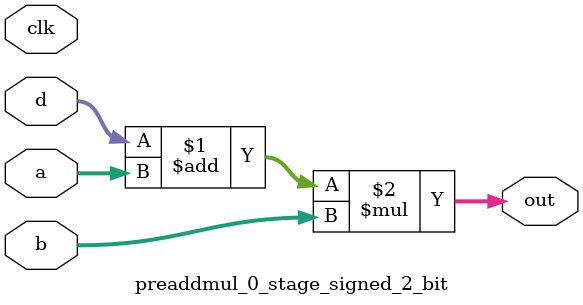
<source format=sv>
(* use_dsp = "yes" *) module preaddmul_0_stage_signed_2_bit(
	input signed [1:0] a,
	input signed [1:0] b,
	input signed [1:0] d,
	output [1:0] out,
	input clk);

	assign out = (d + a) * b;
endmodule

</source>
